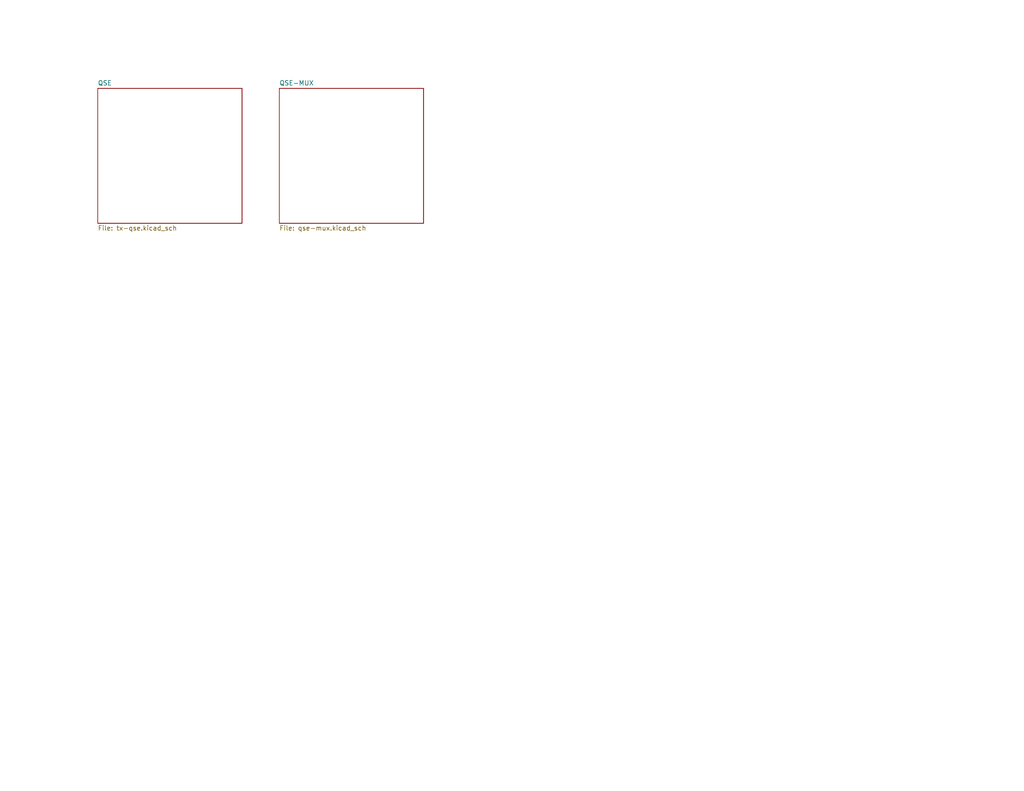
<source format=kicad_sch>
(kicad_sch
	(version 20231120)
	(generator "eeschema")
	(generator_version "8.0")
	(uuid "d610d8d4-c3aa-441a-ac0f-c3c7e327240a")
	(paper "USLetter")
	(title_block
		(title "Quadrature TX/RX Board")
		(date "2025-02-16")
		(rev "1")
		(company "Bruce MacKinnon KC1FSZ")
		(comment 1 "Copyright (C) Bruce MacKinnon, 2025")
		(comment 2 "NOT FOR COMMERCIAL USE")
	)
	(lib_symbols)
	(sheet
		(at 76.2 24.13)
		(size 39.37 36.83)
		(fields_autoplaced yes)
		(stroke
			(width 0.1524)
			(type solid)
		)
		(fill
			(color 0 0 0 0.0000)
		)
		(uuid "a50ce90c-3197-46da-9f0b-d409feefa4c7")
		(property "Sheetname" "QSE-MUX"
			(at 76.2 23.4184 0)
			(effects
				(font
					(size 1.27 1.27)
				)
				(justify left bottom)
			)
		)
		(property "Sheetfile" "qse-mux.kicad_sch"
			(at 76.2 61.5446 0)
			(effects
				(font
					(size 1.27 1.27)
				)
				(justify left top)
			)
		)
		(instances
			(project "txrx-1"
				(path "/8e82f983-38e6-4304-be32-fb6d88cc8acc/7ed2824d-e7e3-4e73-ad8c-26a3a131b178"
					(page "5")
				)
			)
		)
	)
	(sheet
		(at 26.67 24.13)
		(size 39.37 36.83)
		(fields_autoplaced yes)
		(stroke
			(width 0.1524)
			(type solid)
		)
		(fill
			(color 0 0 0 0.0000)
		)
		(uuid "d9a73c20-97e3-4fd1-9870-91cdde3099aa")
		(property "Sheetname" "QSE"
			(at 26.67 23.4184 0)
			(effects
				(font
					(size 1.27 1.27)
				)
				(justify left bottom)
			)
		)
		(property "Sheetfile" "tx-qse.kicad_sch"
			(at 26.67 61.5446 0)
			(effects
				(font
					(size 1.27 1.27)
				)
				(justify left top)
			)
		)
		(instances
			(project "txrx-1"
				(path "/8e82f983-38e6-4304-be32-fb6d88cc8acc/7ed2824d-e7e3-4e73-ad8c-26a3a131b178"
					(page "4")
				)
			)
		)
	)
)

</source>
